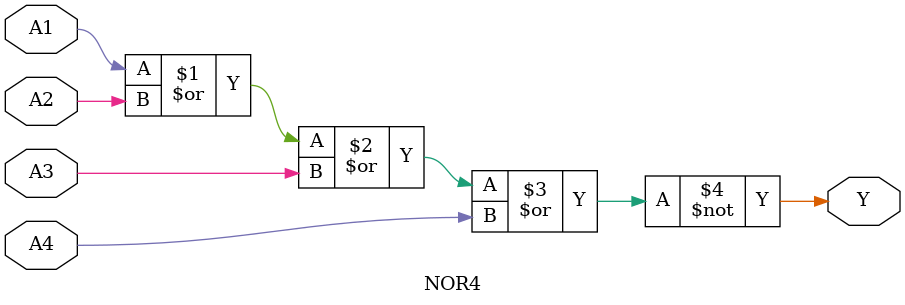
<source format=v>
module NOR4(
    output Y,
    input A1,
    input A2,
    input A3,
    input A4
);
    assign Y = ~(A1 | A2 | A3 | A4);
endmodule
</source>
